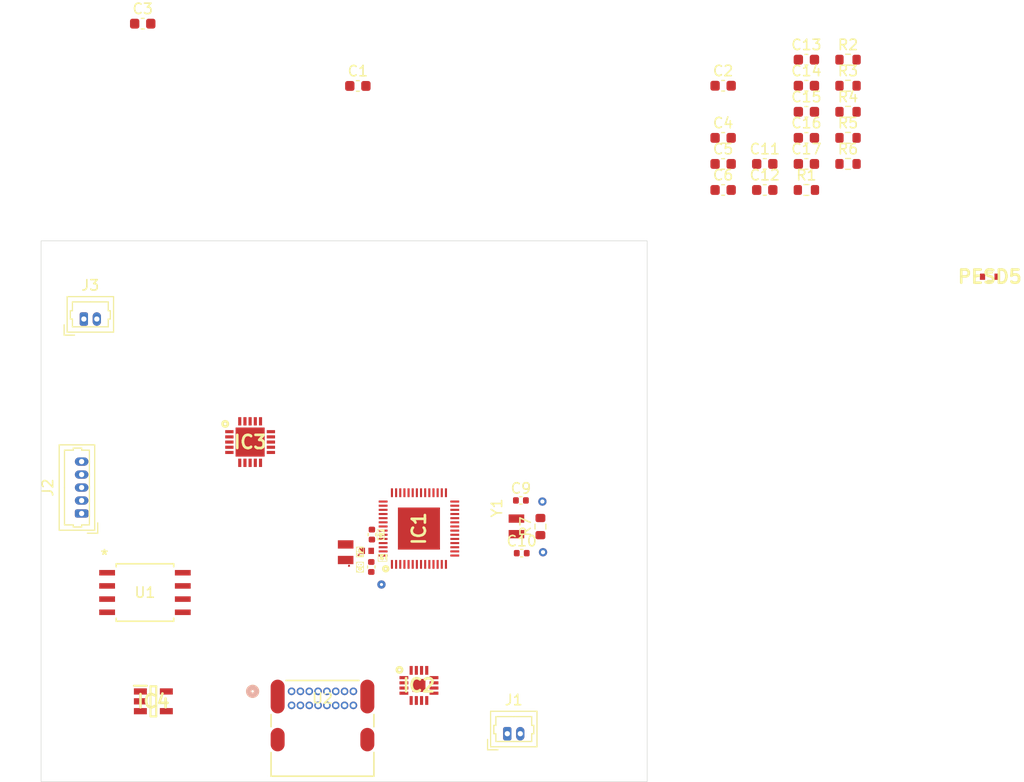
<source format=kicad_pcb>
(kicad_pcb (version 20240108) (generator "pcbnew") (generator_version "8.0")
  (layers (0 "F.Cu" signal) (1 "In1.Cu" signal) (2 "In2.Cu" signal) (31 "B.Cu" signal) (34 "B.Paste" user) (35 "F.Paste" user) (36 "B.SilkS" user "B.Silkscreen") (37 "F.SilkS" user "F.Silkscreen") (38 "B.Mask" user) (39 "F.Mask" user) (44 "Edge.Cuts" user))
  (net 0 "")
  (net 29 "Net-(IC2-OUTP)")
  (net 30 "Net-(IC2-OUTN)")
  (net 39 "GND")
  (net 40 "VBUS")
  (net 41 "/VBAT_1")
  (net 42 "/SYS")
  (net 43 "/PROG1")
  (net 44 "/THERM")
  (net 45 "+3.3V")
  (net 47 "Net-(IC1-GPIO19)")
  (net 48 "Net-(IC1-GPIO20)")
  (net 49 "Net-(U2-CC1)")
  (net 50 "/USB_DN")
  (net 51 "/USB_DP")
  (net 55 "Net-(U2-CC2)")
  (net 56 "Net-(IC1-SPICLK)")
  (net 57 "Net-(IC1-SPID)")
  (net 58 "Net-(IC1-SPIQ)")
  (net 60 "Net-(IC1-GPIO17)")
  (net 62 "Net-(IC1-GPIO18)")
  (net 63 "Net-(IC1-GPIO4)")
  (net 64 "Net-(IC1-GPIO3)")
  (net 65 "Net-(IC1-GPIO5)")
  (net 66 "Net-(IC1-GPIO21)")
  (net 67 "Net-(IC1-GPIO38)")
  (net 68 "Net-(IC1-GPIO46)")
  (net 69 "Net-(IC1-GPIO45)")
  (net 70 "Net-(IC1-XTAL_N)")
  (net 71 "Net-(C8-Pad2)")
  (net 72 "Net-(IC1-XTAL_32K_N)")
  (net 73 "Net-(IC1-XTAL_32K_P)")
  (net 74 "Net-(IC1-XTAL_P)")
  (footprint "jarvis:PESD5V0X1UAB115" (layer "F.Cu") (at 173.253 101.775)
    (property "Reference" "PESD5" (at 0 0 0) (layer "F.SilkS") (effects (font (size 1.27 1.27) (thickness 0.254))))
    (property "Value" "PESD5V0X1UAB,115" (hide yes))
    (pad "1" smd rect (at -0.7 0) (size 0.5 0.6) (layers "F.Cu" "F.Paste" "F.Mask") (net 39 "GND"))
    (pad "2" smd rect (at 0.7 0) (size 0.5 0.6) (layers "F.Cu" "F.Paste" "F.Mask") (net 40 "VBUS"))
  )
  (footprint "Capacitor_SMD:C_0603_1608Metric" (layer "F.Cu") (at 147.568 93.42)
    (property "Reference" "C6" (at 0 -1.43 0) (layer "F.SilkS"))
    (property "Value" "10uf")
    (pad "1" smd roundrect (at -0.775 0) (size 0.9 0.95) (layers "F.Cu" "F.Paste" "F.Mask") (net 39 "GND"))
    (pad "2" smd roundrect (at 0.775 0) (size 0.9 0.95) (layers "F.Cu" "F.Paste" "F.Mask") (net 45 "+3.3V"))
  )
  (footprint "Capacitor_SMD:C_0603_1608Metric" (layer "F.Cu") (at 151.578 93.42)
    (property "Reference" "C12" (at 0 -1.43 0) (layer "F.SilkS"))
    (property "Value" "0.1uf")
    (pad "1" smd roundrect (at -0.775 0) (size 0.9 0.95) (layers "F.Cu" "F.Paste" "F.Mask") (net 45 "+3.3V"))
    (pad "2" smd roundrect (at 0.775 0) (size 0.9 0.95) (layers "F.Cu" "F.Paste" "F.Mask") (net 39 "GND"))
  )
  (footprint "jarvis:esp32-s3r16v" (layer "F.Cu") (at 118.27 126.03 90)
    (property "Reference" "IC1" (at 0 0 90) (layer "F.SilkS") (effects (font (size 1.27 1.27) (thickness 0.254))))
    (property "Value" "ESP32-S3R16V" (hide yes))
    (pad "1" smd rect (at -3.45 -2.6 180) (size 0.2 0.85) (layers "F.Cu" "F.Paste" "F.Mask"))
    (pad "2" smd rect (at -3.45 -2.2 180) (size 0.2 0.85) (layers "F.Cu" "F.Paste" "F.Mask") (net 45 "+3.3V"))
    (pad "3" smd rect (at -3.45 -1.8 180) (size 0.2 0.85) (layers "F.Cu" "F.Paste" "F.Mask") (net 45 "+3.3V"))
    (pad "4" smd rect (at -3.45 -1.4 180) (size 0.2 0.85) (layers "F.Cu" "F.Paste" "F.Mask") (net 45 "+3.3V"))
    (pad "5" smd rect (at -3.45 -1 180) (size 0.2 0.85) (layers "F.Cu" "F.Paste" "F.Mask"))
    (pad "6" smd rect (at -3.45 -0.6 180) (size 0.2 0.85) (layers "F.Cu" "F.Paste" "F.Mask"))
    (pad "7" smd rect (at -3.45 -0.2 180) (size 0.2 0.85) (layers "F.Cu" "F.Paste" "F.Mask"))
    (pad "8" smd rect (at -3.45 0.2 180) (size 0.2 0.85) (layers "F.Cu" "F.Paste" "F.Mask") (net 64 "Net-(IC1-GPIO3)"))
    (pad "9" smd rect (at -3.45 0.6 180) (size 0.2 0.85) (layers "F.Cu" "F.Paste" "F.Mask") (net 63 "Net-(IC1-GPIO4)"))
    (pad "10" smd rect (at -3.45 1 180) (size 0.2 0.85) (layers "F.Cu" "F.Paste" "F.Mask") (net 65 "Net-(IC1-GPIO5)"))
    (pad "11" smd rect (at -3.45 1.4 180) (size 0.2 0.85) (layers "F.Cu" "F.Paste" "F.Mask"))
    (pad "12" smd rect (at -3.45 1.8 180) (size 0.2 0.85) (layers "F.Cu" "F.Paste" "F.Mask"))
    (pad "13" smd rect (at -3.45 2.2 180) (size 0.2 0.85) (layers "F.Cu" "F.Paste" "F.Mask"))
    (pad "14" smd rect (at -3.45 2.6 180) (size 0.2 0.85) (layers "F.Cu" "F.Paste" "F.Mask"))
    (pad "15" smd rect (at -2.6 3.45 90) (size 0.2 0.85) (layers "F.Cu" "F.Paste" "F.Mask"))
    (pad "16" smd rect (at -2.2 3.45 90) (size 0.2 0.85) (layers "F.Cu" "F.Paste" "F.Mask"))
    (pad "17" smd rect (at -1.8 3.45 90) (size 0.2 0.85) (layers "F.Cu" "F.Paste" "F.Mask"))
    (pad "18" smd rect (at -1.4 3.45 90) (size 0.2 0.85) (layers "F.Cu" "F.Paste" "F.Mask"))
    (pad "19" smd rect (at -1 3.45 90) (size 0.2 0.85) (layers "F.Cu" "F.Paste" "F.Mask"))
    (pad "20" smd rect (at -0.6 3.45 90) (size 0.2 0.85) (layers "F.Cu" "F.Paste" "F.Mask") (net 45 "+3.3V"))
    (pad "21" smd rect (at -0.2 3.45 90) (size 0.2 0.85) (layers "F.Cu" "F.Paste" "F.Mask") (net 73 "Net-(IC1-XTAL_32K_P)"))
    (pad "22" smd rect (at 0.2 3.45 90) (size 0.2 0.85) (layers "F.Cu" "F.Paste" "F.Mask") (net 72 "Net-(IC1-XTAL_32K_N)"))
    (pad "23" smd rect (at 0.6 3.45 90) (size 0.2 0.85) (layers "F.Cu" "F.Paste" "F.Mask") (net 60 "Net-(IC1-GPIO17)"))
    (pad "24" smd rect (at 1 3.45 90) (size 0.2 0.85) (layers "F.Cu" "F.Paste" "F.Mask") (net 62 "Net-(IC1-GPIO18)"))
    (pad "25" smd rect (at 1.4 3.45 90) (size 0.2 0.85) (layers "F.Cu" "F.Paste" "F.Mask") (net 47 "Net-(IC1-GPIO19)"))
    (pad "26" smd rect (at 1.8 3.45 90) (size 0.2 0.85) (layers "F.Cu" "F.Paste" "F.Mask") (net 48 "Net-(IC1-GPIO20)"))
    (pad "27" smd rect (at 2.2 3.45 90) (size 0.2 0.85) (layers "F.Cu" "F.Paste" "F.Mask") (net 66 "Net-(IC1-GPIO21)"))
    (pad "28" smd rect (at 2.6 3.45 90) (size 0.2 0.85) (layers "F.Cu" "F.Paste" "F.Mask"))
    (pad "29" smd rect (at 3.45 2.6 180) (size 0.2 0.85) (layers "F.Cu" "F.Paste" "F.Mask") (net 45 "+3.3V"))
    (pad "30" smd rect (at 3.45 2.2 180) (size 0.2 0.85) (layers "F.Cu" "F.Paste" "F.Mask"))
    (pad "31" smd rect (at 3.45 1.8 180) (size 0.2 0.85) (layers "F.Cu" "F.Paste" "F.Mask"))
    (pad "32" smd rect (at 3.45 1.4 180) (size 0.2 0.85) (layers "F.Cu" "F.Paste" "F.Mask") (net 42 "/SYS"))
    (pad "33" smd rect (at 3.45 1 180) (size 0.2 0.85) (layers "F.Cu" "F.Paste" "F.Mask") (net 56 "Net-(IC1-SPICLK)"))
    (pad "34" smd rect (at 3.45 0.6 180) (size 0.2 0.85) (layers "F.Cu" "F.Paste" "F.Mask") (net 58 "Net-(IC1-SPIQ)"))
    (pad "35" smd rect (at 3.45 0.2 180) (size 0.2 0.85) (layers "F.Cu" "F.Paste" "F.Mask") (net 57 "Net-(IC1-SPID)"))
    (pad "36" smd rect (at 3.45 -0.2 180) (size 0.2 0.85) (layers "F.Cu" "F.Paste" "F.Mask"))
    (pad "37" smd rect (at 3.45 -0.6 180) (size 0.2 0.85) (layers "F.Cu" "F.Paste" "F.Mask"))
    (pad "38" smd rect (at 3.45 -1 180) (size 0.2 0.85) (layers "F.Cu" "F.Paste" "F.Mask"))
    (pad "39" smd rect (at 3.45 -1.4 180) (size 0.2 0.85) (layers "F.Cu" "F.Paste" "F.Mask"))
    (pad "40" smd rect (at 3.45 -1.8 180) (size 0.2 0.85) (layers "F.Cu" "F.Paste" "F.Mask"))
    (pad "41" smd rect (at 3.45 -2.2 180) (size 0.2 0.85) (layers "F.Cu" "F.Paste" "F.Mask"))
    (pad "42" smd rect (at 3.45 -2.6 180) (size 0.2 0.85) (layers "F.Cu" "F.Paste" "F.Mask"))
    (pad "43" smd rect (at 2.6 -3.45 90) (size 0.2 0.85) (layers "F.Cu" "F.Paste" "F.Mask") (net 67 "Net-(IC1-GPIO38)"))
    (pad "44" smd rect (at 2.2 -3.45 90) (size 0.2 0.85) (layers "F.Cu" "F.Paste" "F.Mask"))
    (pad "45" smd rect (at 1.8 -3.45 90) (size 0.2 0.85) (layers "F.Cu" "F.Paste" "F.Mask"))
    (pad "46" smd rect (at 1.4 -3.45 90) (size 0.2 0.85) (layers "F.Cu" "F.Paste" "F.Mask"))
    (pad "47" smd rect (at 1 -3.45 90) (size 0.2 0.85) (layers "F.Cu" "F.Paste" "F.Mask"))
    (pad "48" smd rect (at 0.6 -3.45 90) (size 0.2 0.85) (layers "F.Cu" "F.Paste" "F.Mask"))
    (pad "49" smd rect (at 0.2 -3.45 90) (size 0.2 0.85) (layers "F.Cu" "F.Paste" "F.Mask"))
    (pad "50" smd rect (at -0.2 -3.45 90) (size 0.2 0.85) (layers "F.Cu" "F.Paste" "F.Mask"))
    (pad "51" smd rect (at -0.6 -3.45 90) (size 0.2 0.85) (layers "F.Cu" "F.Paste" "F.Mask") (net 69 "Net-(IC1-GPIO45)"))
    (pad "52" smd rect (at -1 -3.45 90) (size 0.2 0.85) (layers "F.Cu" "F.Paste" "F.Mask") (net 68 "Net-(IC1-GPIO46)"))
    (pad "53" smd rect (at -1.4 -3.45 90) (size 0.2 0.85) (layers "F.Cu" "F.Paste" "F.Mask") (net 70 "Net-(IC1-XTAL_N)"))
    (pad "54" smd rect (at -1.8 -3.45 90) (size 0.2 0.85) (layers "F.Cu" "F.Paste" "F.Mask") (net 74 "Net-(IC1-XTAL_P)"))
    (pad "55" smd rect (at -2.2 -3.45 90) (size 0.2 0.85) (layers "F.Cu" "F.Paste" "F.Mask") (net 45 "+3.3V"))
    (pad "56" smd rect (at -2.6 -3.45 90) (size 0.2 0.85) (layers "F.Cu" "F.Paste" "F.Mask") (net 45 "+3.3V"))
    (pad "57" smd rect (at 0 0 90) (size 4.05 4.05) (layers "F.Cu" "F.Paste" "F.Mask") (net 39 "GND"))
  )
  (footprint "Capacitor_SMD:C_0603_1608Metric" (layer "F.Cu") (at 151.578 90.91)
    (property "Reference" "C11" (at 0 -1.43 0) (layer "F.SilkS"))
    (property "Value" "0.1uf")
    (pad "1" smd roundrect (at -0.775 0) (size 0.9 0.95) (layers "F.Cu" "F.Paste" "F.Mask") (net 45 "+3.3V"))
    (pad "2" smd roundrect (at 0.775 0) (size 0.9 0.95) (layers "F.Cu" "F.Paste" "F.Mask") (net 39 "GND"))
  )
  (footprint "jarvis:TLV70033DDCT" (layer "F.Cu") (at 92.69 142.67)
    (property "Reference" "IC4" (at 0 0 0) (layer "F.SilkS") (effects (font (size 1.27 1.27) (thickness 0.254))))
    (property "Value" "TLV70033DDCT" (hide yes))
    (pad "1" smd rect (at -1.25 -0.95 90) (size 0.6 1.25) (layers "F.Cu" "F.Paste" "F.Mask") (net 42 "/SYS"))
    (pad "2" smd rect (at -1.25 0 90) (size 0.6 1.25) (layers "F.Cu" "F.Paste" "F.Mask") (net 39 "GND"))
    (pad "3" smd rect (at -1.25 0.95 90) (size 0.6 1.25) (layers "F.Cu" "F.Paste" "F.Mask") (net 42 "/SYS"))
    (pad "4" smd rect (at 1.25 0.95 90) (size 0.6 1.25) (layers "F.Cu" "F.Paste" "F.Mask"))
    (pad "5" smd rect (at 1.25 -0.95 90) (size 0.6 1.25) (layers "F.Cu" "F.Paste" "F.Mask") (net 45 "+3.3V"))
  )
  (footprint "Resistor_SMD:R_0603_1608Metric" (layer "F.Cu") (at 159.598 90.91)
    (property "Reference" "R6" (at 0 -1.43 0) (layer "F.SilkS"))
    (property "Value" "22")
    (pad "1" smd roundrect (at -0.825 0) (size 0.8 0.95) (layers "F.Cu" "F.Paste" "F.Mask") (net 50 "/USB_DN"))
    (pad "2" smd roundrect (at 0.825 0) (size 0.8 0.95) (layers "F.Cu" "F.Paste" "F.Mask") (net 48 "Net-(IC1-GPIO20)"))
  )
  (footprint "Capacitor_SMD:C_0402_1005Metric" (layer "F.Cu") (at 113.74 126.61 90)
    (property "Reference" "C7" (at -0.03 0.87 90) (layer "F.SilkS" knockout) (effects (font (size 0.5 0.5))))
    (property "Value" "12pf")
    (pad "1" smd roundrect (at -0.48 0 90) (size 0.56 0.62) (layers "F.Cu" "F.Paste" "F.Mask") (net 70 "Net-(IC1-XTAL_N)"))
    (pad "2" smd roundrect (at 0.48 0 90) (size 0.56 0.62) (layers "F.Cu" "F.Paste" "F.Mask") (net 39 "GND"))
  )
  (footprint "jarvis:2137160001_MOL" (layer "F.Cu") (at 106.004998 141.709999)
    (property "Reference" "U2" (at 2.975 0.675 0) (layer "F.SilkS"))
    (property "Value" "2137160001")
    (pad "17" smd oval (at -1.345001 0.499999) (size 1.3462 3.2512) (layers "F.Cu" "F.Paste" "F.Mask"))
    (pad "18" smd oval (at 7.295002 0.499999) (size 1.3462 3.2512) (layers "F.Cu" "F.Paste" "F.Mask"))
    (pad "19" smd oval (at -1.345001 4.650001) (size 1.3462 2.2606) (layers "F.Cu" "F.Paste" "F.Mask"))
    (pad "20" smd oval (at 7.295002 4.650001) (size 1.3462 2.2606) (layers "F.Cu" "F.Paste" "F.Mask"))
    (pad "A1" thru_hole circle (at 0 0) (size 0.7366 0.7366) (drill 0.4318) (layers "*.Cu" "*.Mask" "In3.Cu" "In4.Cu" "In5.Cu" "In6.Cu" "In7.Cu" "In8.Cu" "In9.Cu" "In10.Cu" "In11.Cu" "In12.Cu" "In13.Cu" "In14.Cu" "In15.Cu" "In16.Cu" "In17.Cu" "In18.Cu" "In19.Cu" "In20.Cu" "In21.Cu" "In22.Cu" "In23.Cu" "In24.Cu" "In25.Cu" "In26.Cu" "In27.Cu" "In28.Cu" "In29.Cu" "In30.Cu") (net 39 "GND"))
    (pad "A4" thru_hole circle (at 0.850001 0) (size 0.7366 0.7366) (drill 0.4318) (layers "*.Cu" "*.Mask" "In3.Cu" "In4.Cu" "In5.Cu" "In6.Cu" "In7.Cu" "In8.Cu" "In9.Cu" "In10.Cu" "In11.Cu" "In12.Cu" "In13.Cu" "In14.Cu" "In15.Cu" "In16.Cu" "In17.Cu" "In18.Cu" "In19.Cu" "In20.Cu" "In21.Cu" "In22.Cu" "In23.Cu" "In24.Cu" "In25.Cu" "In26.Cu" "In27.Cu" "In28.Cu" "In29.Cu" "In30.Cu") (net 40 "VBUS"))
    (pad "A5" thru_hole circle (at 1.699999 0) (size 0.7366 0.7366) (drill 0.4318) (layers "*.Cu" "*.Mask" "In3.Cu" "In4.Cu" "In5.Cu" "In6.Cu" "In7.Cu" "In8.Cu" "In9.Cu" "In10.Cu" "In11.Cu" "In12.Cu" "In13.Cu" "In14.Cu" "In15.Cu" "In16.Cu" "In17.Cu" "In18.Cu" "In19.Cu" "In20.Cu" "In21.Cu" "In22.Cu" "In23.Cu" "In24.Cu" "In25.Cu" "In26.Cu" "In27.Cu" "In28.Cu" "In29.Cu" "In30.Cu") (net 49 "Net-(U2-CC1)"))
    (pad "A6" thru_hole circle (at 2.55 0) (size 0.7366 0.7366) (drill 0.4318) (layers "*.Cu" "*.Mask" "In3.Cu" "In4.Cu" "In5.Cu" "In6.Cu" "In7.Cu" "In8.Cu" "In9.Cu" "In10.Cu" "In11.Cu" "In12.Cu" "In13.Cu" "In14.Cu" "In15.Cu" "In16.Cu" "In17.Cu" "In18.Cu" "In19.Cu" "In20.Cu" "In21.Cu" "In22.Cu" "In23.Cu" "In24.Cu" "In25.Cu" "In26.Cu" "In27.Cu" "In28.Cu" "In29.Cu" "In30.Cu") (net 51 "/USB_DP"))
    (pad "A7" thru_hole circle (at 3.400001 0) (size 0.7366 0.7366) (drill 0.4318) (layers "*.Cu" "*.Mask" "In3.Cu" "In4.Cu" "In5.Cu" "In6.Cu" "In7.Cu" "In8.Cu" "In9.Cu" "In10.Cu" "In11.Cu" "In12.Cu" "In13.Cu" "In14.Cu" "In15.Cu" "In16.Cu" "In17.Cu" "In18.Cu" "In19.Cu" "In20.Cu" "In21.Cu" "In22.Cu" "In23.Cu" "In24.Cu" "In25.Cu" "In26.Cu" "In27.Cu" "In28.Cu" "In29.Cu" "In30.Cu") (net 50 "/USB_DN"))
    (pad "A8" thru_hole circle (at 4.250002 0) (size 0.7366 0.7366) (drill 0.4318) (layers "*.Cu" "*.Mask" "In3.Cu" "In4.Cu" "In5.Cu" "In6.Cu" "In7.Cu" "In8.Cu" "In9.Cu" "In10.Cu" "In11.Cu" "In12.Cu" "In13.Cu" "In14.Cu" "In15.Cu" "In16.Cu" "In17.Cu" "In18.Cu" "In19.Cu" "In20.Cu" "In21.Cu" "In22.Cu" "In23.Cu" "In24.Cu" "In25.Cu" "In26.Cu" "In27.Cu" "In28.Cu" "In29.Cu" "In30.Cu"))
    (pad "A9" thru_hole circle (at 5.1 0) (size 0.7366 0.7366) (drill 0.4318) (layers "*.Cu" "*.Mask" "In3.Cu" "In4.Cu" "In5.Cu" "In6.Cu" "In7.Cu" "In8.Cu" "In9.Cu" "In10.Cu" "In11.Cu" "In12.Cu" "In13.Cu" "In14.Cu" "In15.Cu" "In16.Cu" "In17.Cu" "In18.Cu" "In19.Cu" "In20.Cu" "In21.Cu" "In22.Cu" "In23.Cu" "In24.Cu" "In25.Cu" "In26.Cu" "In27.Cu" "In28.Cu" "In29.Cu" "In30.Cu") (net 40 "VBUS"))
    (pad "A12" thru_hole circle (at 5.950001 0) (size 0.7366 0.7366) (drill 0.4318) (layers "*.Cu" "*.Mask" "In3.Cu" "In4.Cu" "In5.Cu" "In6.Cu" "In7.Cu" "In8.Cu" "In9.Cu" "In10.Cu" "In11.Cu" "In12.Cu" "In13.Cu" "In14.Cu" "In15.Cu" "In16.Cu" "In17.Cu" "In18.Cu" "In19.Cu" "In20.Cu" "In21.Cu" "In22.Cu" "In23.Cu" "In24.Cu" "In25.Cu" "In26.Cu" "In27.Cu" "In28.Cu" "In29.Cu" "In30.Cu") (net 39 "GND"))
    (pad "B1" thru_hole circle (at 5.950001 1.35) (size 0.7366 0.7366) (drill 0.4318) (layers "*.Cu" "*.Mask" "In3.Cu" "In4.Cu" "In5.Cu" "In6.Cu" "In7.Cu" "In8.Cu" "In9.Cu" "In10.Cu" "In11.Cu" "In12.Cu" "In13.Cu" "In14.Cu" "In15.Cu" "In16.Cu" "In17.Cu" "In18.Cu" "In19.Cu" "In20.Cu" "In21.Cu" "In22.Cu" "In23.Cu" "In24.Cu" "In25.Cu" "In26.Cu" "In27.Cu" "In28.Cu" "In29.Cu" "In30.Cu") (net 39 "GND"))
    (pad "B4" thru_hole circle (at 5.1 1.35) (size 0.7366 0.7366) (drill 0.4318) (layers "*.Cu" "*.Mask" "In3.Cu" "In4.Cu" "In5.Cu" "In6.Cu" "In7.Cu" "In8.Cu" "In9.Cu" "In10.Cu" "In11.Cu" "In12.Cu" "In13.Cu" "In14.Cu" "In15.Cu" "In16.Cu" "In17.Cu" "In18.Cu" "In19.Cu" "In20.Cu" "In21.Cu" "In22.Cu" "In23.Cu" "In24.Cu" "In25.Cu" "In26.Cu" "In27.Cu" "In28.Cu" "In29.Cu" "In30.Cu"))
    (pad "B5" thru_hole circle (at 4.250002 1.35) (size 0.7366 0.7366) (drill 0.4318) (layers "*.Cu" "*.Mask" "In3.Cu" "In4.Cu" "In5.Cu" "In6.Cu" "In7.Cu" "In8.Cu" "In9.Cu" "In10.Cu" "In11.Cu" "In12.Cu" "In13.Cu" "In14.Cu" "In15.Cu" "In16.Cu" "In17.Cu" "In18.Cu" "In19.Cu" "In20.Cu" "In21.Cu" "In22.Cu" "In23.Cu" "In24.Cu" "In25.Cu" "In26.Cu" "In27.Cu" "In28.Cu" "In29.Cu" "In30.Cu") (net 55 "Net-(U2-CC2)"))
    (pad "B6" thru_hole circle (at 3.400001 1.35) (size 0.7366 0.7366) (drill 0.4318) (layers "*.Cu" "*.Mask" "In3.Cu" "In4.Cu" "In5.Cu" "In6.Cu" "In7.Cu" "In8.Cu" "In9.Cu" "In10.Cu" "In11.Cu" "In12.Cu" "In13.Cu" "In14.Cu" "In15.Cu" "In16.Cu" "In17.Cu" "In18.Cu" "In19.Cu" "In20.Cu" "In21.Cu" "In22.Cu" "In23.Cu" "In24.Cu" "In25.Cu" "In26.Cu" "In27.Cu" "In28.Cu" "In29.Cu" "In30.Cu") (net 51 "/USB_DP"))
    (pad "B7" thru_hole circle (at 2.55 1.35) (size 0.7366 0.7366) (drill 0.4318) (layers "*.Cu" "*.Mask" "In3.Cu" "In4.Cu" "In5.Cu" "In6.Cu" "In7.Cu" "In8.Cu" "In9.Cu" "In10.Cu" "In11.Cu" "In12.Cu" "In13.Cu" "In14.Cu" "In15.Cu" "In16.Cu" "In17.Cu" "In18.Cu" "In19.Cu" "In20.Cu" "In21.Cu" "In22.Cu" "In23.Cu" "In24.Cu" "In25.Cu" "In26.Cu" "In27.Cu" "In28.Cu" "In29.Cu" "In30.Cu") (net 50 "/USB_DN"))
    (pad "B8" thru_hole circle (at 1.699999 1.35) (size 0.7366 0.7366) (drill 0.4318) (layers "*.Cu" "*.Mask" "In3.Cu" "In4.Cu" "In5.Cu" "In6.Cu" "In7.Cu" "In8.Cu" "In9.Cu" "In10.Cu" "In11.Cu" "In12.Cu" "In13.Cu" "In14.Cu" "In15.Cu" "In16.Cu" "In17.Cu" "In18.Cu" "In19.Cu" "In20.Cu" "In21.Cu" "In22.Cu" "In23.Cu" "In24.Cu" "In25.Cu" "In26.Cu" "In27.Cu" "In28.Cu" "In29.Cu" "In30.Cu"))
    (pad "B9" thru_hole circle (at 0.850001 1.35) (size 0.7366 0.7366) (drill 0.4318) (layers "*.Cu" "*.Mask" "In3.Cu" "In4.Cu" "In5.Cu" "In6.Cu" "In7.Cu" "In8.Cu" "In9.Cu" "In10.Cu" "In11.Cu" "In12.Cu" "In13.Cu" "In14.Cu" "In15.Cu" "In16.Cu" "In17.Cu" "In18.Cu" "In19.Cu" "In20.Cu" "In21.Cu" "In22.Cu" "In23.Cu" "In24.Cu" "In25.Cu" "In26.Cu" "In27.Cu" "In28.Cu" "In29.Cu" "In30.Cu") (net 40 "VBUS"))
    (pad "B12" thru_hole circle (at 0 1.35) (size 0.7366 0.7366) (drill 0.4318) (layers "*.Cu" "*.Mask" "In3.Cu" "In4.Cu" "In5.Cu" "In6.Cu" "In7.Cu" "In8.Cu" "In9.Cu" "In10.Cu" "In11.Cu" "In12.Cu" "In13.Cu" "In14.Cu" "In15.Cu" "In16.Cu" "In17.Cu" "In18.Cu" "In19.Cu" "In20.Cu" "In21.Cu" "In22.Cu" "In23.Cu" "In24.Cu" "In25.Cu" "In26.Cu" "In27.Cu" "In28.Cu" "In29.Cu" "In30.Cu") (net 39 "GND"))
  )
  (footprint "jarvis:W25Q64JVSSIQ" (layer "F.Cu") (at 91.88 132.19)
    (property "Reference" "U1" (at 0 0 0) (layer "F.SilkS"))
    (property "Value" "W25Q64JVSSIQ")
    (fp_text user "*" (at -3.8989 -3.5814 0) (layer "F.SilkS"))
    (fp_text user "*" (at -3.8989 -3.5814 0) (layer "F.SilkS"))
    (pad "1" smd rect (at -3.6449 -1.905) (size 1.524 0.5334) (layers "F.Cu" "F.Paste" "F.Mask") (net 42 "/SYS"))
    (pad "2" smd rect (at -3.6449 -0.635) (size 1.524 0.5334) (layers "F.Cu" "F.Paste" "F.Mask") (net 58 "Net-(IC1-SPIQ)"))
    (pad "3" smd rect (at -3.6449 0.635) (size 1.524 0.5334) (layers "F.Cu" "F.Paste" "F.Mask") (net 45 "+3.3V"))
    (pad "4" smd rect (at -3.6449 1.905) (size 1.524 0.5334) (layers "F.Cu" "F.Paste" "F.Mask") (net 39 "GND"))
    (pad "5" smd rect (at 3.6449 1.905) (size 1.524 0.5334) (layers "F.Cu" "F.Paste" "F.Mask") (net 57 "Net-(IC1-SPID)"))
    (pad "6" smd rect (at 3.6449 0.635) (size 1.524 0.5334) (layers "F.Cu" "F.Paste" "F.Mask") (net 56 "Net-(IC1-SPICLK)"))
    (pad "7" smd rect (at 3.6449 -0.635) (size 1.524 0.5334) (layers "F.Cu" "F.Paste" "F.Mask") (net 45 "+3.3V"))
    (pad "8" smd rect (at 3.6449 -1.905) (size 1.524 0.5334) (layers "F.Cu" "F.Paste" "F.Mask") (net 45 "+3.3V"))
  )
  (footprint "Resistor_SMD:R_0603_1608Metric" (layer "F.Cu") (at 129.97 125.84 90)
    (property "Reference" "R7" (at 0 -1.43 90) (layer "F.SilkS"))
    (property "Value" "5M")
    (pad "1" smd roundrect (at -0.825 0 90) (size 0.8 0.95) (layers "F.Cu" "F.Paste" "F.Mask") (net 73 "Net-(IC1-XTAL_32K_P)"))
    (pad "2" smd roundrect (at 0.825 0 90) (size 0.8 0.95) (layers "F.Cu" "F.Paste" "F.Mask") (net 72 "Net-(IC1-XTAL_32K_N)"))
  )
  (footprint "Capacitor_SMD:C_0603_1608Metric" (layer "F.Cu") (at 147.568 83.38)
    (property "Reference" "C2" (at 0 -1.43 0) (layer "F.SilkS"))
    (property "Value" "10uf")
    (pad "1" smd roundrect (at -0.775 0) (size 0.9 0.95) (layers "F.Cu" "F.Paste" "F.Mask") (net 41 "/VBAT_1"))
    (pad "2" smd roundrect (at 0.775 0) (size 0.9 0.95) (layers "F.Cu" "F.Paste" "F.Mask") (net 39 "GND"))
  )
  (footprint "jarvis:XTAL_CM8V-T1A-32.768KHZ-7PF-20PPM-TA-QC" (layer "F.Cu") (at 111.21 128.31 90)
    (property "Reference" "Y2" (at 0.05 1.4 90) (layer "F.SilkS" knockout) (effects (font (size 0.5 0.5))))
    (property "Value" "Crystal 40mhz")
    (pad "1" smd rect (at -0.75 0 90) (size 0.8 1.5) (layers "F.Cu" "F.Paste" "F.Mask") (net 70 "Net-(IC1-XTAL_N)"))
    (pad "2" smd rect (at 0.75 0 90) (size 0.8 1.5) (layers "F.Cu" "F.Paste" "F.Mask") (net 71 "Net-(C8-Pad2)"))
  )
  (footprint "jarvis:XTAL_CM8V-T1A-32.768KHZ-7PF-20PPM-TA-QC" (layer "F.Cu") (at 127.66 125.82 90)
    (property "Reference" "Y1" (at 1.775 -1.885 90) (layer "F.SilkS"))
    (property "Value" "Crystal 32.768khz")
    (pad "1" smd rect (at -0.75 0 90) (size 0.8 1.5) (layers "F.Cu" "F.Paste" "F.Mask") (net 73 "Net-(IC1-XTAL_32K_P)"))
    (pad "2" smd rect (at 0.75 0 90) (size 0.8 1.5) (layers "F.Cu" "F.Paste" "F.Mask") (net 72 "Net-(IC1-XTAL_32K_N)"))
  )
  (footprint "Connector_Molex:Molex_PicoBlade_53047-0210_1x02_P1.25mm_Vertical" (layer "F.Cu") (at 85.995 105.85)
    (property "Reference" "J3" (at 0.62 -3.25 0) (layer "F.SilkS"))
    (property "Value" "Conn_01x02 - Battery")
    (pad "1" thru_hole roundrect (at 0 0) (size 0.8 1.3) (drill 0.5) (layers "*.Cu" "*.Mask" "In3.Cu" "In4.Cu" "In5.Cu" "In6.Cu" "In7.Cu" "In8.Cu" "In9.Cu" "In10.Cu" "In11.Cu" "In12.Cu" "In13.Cu" "In14.Cu" "In15.Cu" "In16.Cu" "In17.Cu" "In18.Cu" "In19.Cu" "In20.Cu" "In21.Cu" "In22.Cu" "In23.Cu" "In24.Cu" "In25.Cu" "In26.Cu" "In27.Cu" "In28.Cu" "In29.Cu" "In30.Cu") (net 41 "/VBAT_1"))
    (pad "2" thru_hole oval (at 1.25 0) (size 0.8 1.3) (drill 0.5) (layers "*.Cu" "*.Mask" "In3.Cu" "In4.Cu" "In5.Cu" "In6.Cu" "In7.Cu" "In8.Cu" "In9.Cu" "In10.Cu" "In11.Cu" "In12.Cu" "In13.Cu" "In14.Cu" "In15.Cu" "In16.Cu" "In17.Cu" "In18.Cu" "In19.Cu" "In20.Cu" "In21.Cu" "In22.Cu" "In23.Cu" "In24.Cu" "In25.Cu" "In26.Cu" "In27.Cu" "In28.Cu" "In29.Cu" "In30.Cu") (net 39 "GND"))
  )
  (footprint "Capacitor_SMD:C_0603_1608Metric" (layer "F.Cu") (at 155.588 83.38)
    (property "Reference" "C14" (at 0 -1.43 0) (layer "F.SilkS"))
    (property "Value" "0.1uf")
    (pad "1" smd roundrect (at -0.775 0) (size 0.9 0.95) (layers "F.Cu" "F.Paste" "F.Mask") (net 45 "+3.3V"))
    (pad "2" smd roundrect (at 0.775 0) (size 0.9 0.95) (layers "F.Cu" "F.Paste" "F.Mask") (net 39 "GND"))
  )
  (footprint "Connector_Molex:Molex_PicoBlade_53047-0510_1x05_P1.25mm_Vertical" (layer "F.Cu") (at 85.78 124.58 90)
    (property "Reference" "J2" (at 2.5 -3.25 90) (layer "F.SilkS"))
    (property "Value" "Mic Conn_01x05")
    (pad "1" thru_hole roundrect (at 0 0 90) (size 0.8 1.3) (drill 0.5) (layers "*.Cu" "*.Mask" "In3.Cu" "In4.Cu" "In5.Cu" "In6.Cu" "In7.Cu" "In8.Cu" "In9.Cu" "In10.Cu" "In11.Cu" "In12.Cu" "In13.Cu" "In14.Cu" "In15.Cu" "In16.Cu" "In17.Cu" "In18.Cu" "In19.Cu" "In20.Cu" "In21.Cu" "In22.Cu" "In23.Cu" "In24.Cu" "In25.Cu" "In26.Cu" "In27.Cu" "In28.Cu" "In29.Cu" "In30.Cu") (net 67 "Net-(IC1-GPIO38)"))
    (pad "2" thru_hole oval (at 1.25 0 90) (size 0.8 1.3) (drill 0.5) (layers "*.Cu" "*.Mask" "In3.Cu" "In4.Cu" "In5.Cu" "In6.Cu" "In7.Cu" "In8.Cu" "In9.Cu" "In10.Cu" "In11.Cu" "In12.Cu" "In13.Cu" "In14.Cu" "In15.Cu" "In16.Cu" "In17.Cu" "In18.Cu" "In19.Cu" "In20.Cu" "In21.Cu" "In22.Cu" "In23.Cu" "In24.Cu" "In25.Cu" "In26.Cu" "In27.Cu" "In28.Cu" "In29.Cu" "In30.Cu") (net 69 "Net-(IC1-GPIO45)"))
    (pad "3" thru_hole oval (at 2.5 0 90) (size 0.8 1.3) (drill 0.5) (layers "*.Cu" "*.Mask" "In3.Cu" "In4.Cu" "In5.Cu" "In6.Cu" "In7.Cu" "In8.Cu" "In9.Cu" "In10.Cu" "In11.Cu" "In12.Cu" "In13.Cu" "In14.Cu" "In15.Cu" "In16.Cu" "In17.Cu" "In18.Cu" "In19.Cu" "In20.Cu" "In21.Cu" "In22.Cu" "In23.Cu" "In24.Cu" "In25.Cu" "In26.Cu" "In27.Cu" "In28.Cu" "In29.Cu" "In30.Cu") (net 68 "Net-(IC1-GPIO46)"))
    (pad "4" thru_hole oval (at 3.75 0 90) (size 0.8 1.3) (drill 0.5) (layers "*.Cu" "*.Mask" "In3.Cu" "In4.Cu" "In5.Cu" "In6.Cu" "In7.Cu" "In8.Cu" "In9.Cu" "In10.Cu" "In11.Cu" "In12.Cu" "In13.Cu" "In14.Cu" "In15.Cu" "In16.Cu" "In17.Cu" "In18.Cu" "In19.Cu" "In20.Cu" "In21.Cu" "In22.Cu" "In23.Cu" "In24.Cu" "In25.Cu" "In26.Cu" "In27.Cu" "In28.Cu" "In29.Cu" "In30.Cu") (net 45 "+3.3V"))
    (pad "5" thru_hole oval (at 5 0 90) (size 0.8 1.3) (drill 0.5) (layers "*.Cu" "*.Mask" "In3.Cu" "In4.Cu" "In5.Cu" "In6.Cu" "In7.Cu" "In8.Cu" "In9.Cu" "In10.Cu" "In11.Cu" "In12.Cu" "In13.Cu" "In14.Cu" "In15.Cu" "In16.Cu" "In17.Cu" "In18.Cu" "In19.Cu" "In20.Cu" "In21.Cu" "In22.Cu" "In23.Cu" "In24.Cu" "In25.Cu" "In26.Cu" "In27.Cu" "In28.Cu" "In29.Cu" "In30.Cu") (net 39 "GND"))
  )
  (footprint "Resistor_SMD:R_0603_1608Metric" (layer "F.Cu") (at 159.598 80.87)
    (property "Reference" "R2" (at 0 -1.43 0) (layer "F.SilkS"))
    (property "Value" "10k")
    (pad "1" smd roundrect (at -0.825 0) (size 0.8 0.95) (layers "F.Cu" "F.Paste" "F.Mask") (net 39 "GND"))
    (pad "2" smd roundrect (at 0.825 0) (size 0.8 0.95) (layers "F.Cu" "F.Paste" "F.Mask") (net 44 "/THERM"))
  )
  (footprint "jarvis:MLG1005SR24JT000" (layer "F.Cu") (at 113.238 128.18 180)
    (property "Reference" "L1" (at -1.52 -0.69 360) (layer "F.SilkS" knockout) (effects (font (size 0.5 0.5))))
    (property "Value" "24nh")
    (pad "1" smd rect (at -0.432 0 180) (size 0.54 0.6) (layers "F.Cu" "F.Paste" "F.Mask") (net 74 "Net-(IC1-XTAL_P)"))
    (pad "2" smd rect (at 0.432 0 180) (size 0.54 0.6) (layers "F.Cu" "F.Paste" "F.Mask") (net 71 "Net-(C8-Pad2)"))
  )
  (footprint "Capacitor_SMD:C_0402_1005Metric" (layer "F.Cu") (at 128.17 128.4)
    (property "Reference" "C10" (at 0 -1.16 0) (layer "F.SilkS"))
    (property "Value" "12pf")
    (pad "1" smd roundrect (at -0.48 0) (size 0.56 0.62) (layers "F.Cu" "F.Paste" "F.Mask") (net 73 "Net-(IC1-XTAL_32K_P)"))
    (pad "2" smd roundrect (at 0.48 0) (size 0.56 0.62) (layers "F.Cu" "F.Paste" "F.Mask") (net 39 "GND"))
  )
  (footprint "Resistor_SMD:R_0603_1608Metric" (layer "F.Cu") (at 159.598 88.4)
    (property "Reference" "R5" (at 0 -1.43 0) (layer "F.SilkS"))
    (property "Value" "22")
    (pad "1" smd roundrect (at -0.825 0) (size 0.8 0.95) (layers "F.Cu" "F.Paste" "F.Mask") (net 51 "/USB_DP"))
    (pad "2" smd roundrect (at 0.825 0) (size 0.8 0.95) (layers "F.Cu" "F.Paste" "F.Mask") (net 47 "Net-(IC1-GPIO19)"))
  )
  (footprint "Resistor_SMD:R_0603_1608Metric" (layer "F.Cu") (at 155.588 93.42)
    (property "Reference" "R1" (at 0 -1.43 0) (layer "F.SilkS"))
    (property "Value" "2k")
    (pad "1" smd roundrect (at -0.825 0) (size 0.8 0.95) (layers "F.Cu" "F.Paste" "F.Mask") (net 43 "/PROG1"))
    (pad "2" smd roundrect (at 0.825 0) (size 0.8 0.95) (layers "F.Cu" "F.Paste" "F.Mask") (net 39 "GND"))
  )
  (footprint "Capacitor_SMD:C_0603_1608Metric" (layer "F.Cu") (at 112.385 83.4)
    (property "Reference" "C1" (at 0 -1.43 0) (layer "F.SilkS"))
    (property "Value" "1uf")
    (pad "1" smd roundrect (at -0.775 0) (size 0.9 0.95) (layers "F.Cu" "F.Paste" "F.Mask") (net 40 "VBUS"))
    (pad "2" smd roundrect (at 0.775 0) (size 0.9 0.95) (layers "F.Cu" "F.Paste" "F.Mask") (net 39 "GND"))
  )
  (footprint "Capacitor_SMD:C_0402_1005Metric" (layer "F.Cu") (at 113.68 129.73 90)
    (property "Reference" "C8" (at -0.02 -1.06 90) (layer "F.SilkS" knockout) (effects (font (size 0.5 0.5))))
    (property "Value" "12pf")
    (pad "1" smd roundrect (at -0.48 0 90) (size 0.56 0.62) (layers "F.Cu" "F.Paste" "F.Mask") (net 39 "GND"))
    (pad "2" smd roundrect (at 0.48 0 90) (size 0.56 0.62) (layers "F.Cu" "F.Paste" "F.Mask") (net 71 "Net-(C8-Pad2)"))
  )
  (footprint "Capacitor_SMD:C_0402_1005Metric" (layer "F.Cu") (at 128.09 123.32)
    (property "Reference" "C9" (at 0 -1.16 0) (layer "F.SilkS"))
    (property "Value" "12pf")
    (pad "1" smd roundrect (at -0.48 0) (size 0.56 0.62) (layers "F.Cu" "F.Paste" "F.Mask") (net 72 "Net-(IC1-XTAL_32K_N)"))
    (pad "2" smd roundrect (at 0.48 0) (size 0.56 0.62) (layers "F.Cu" "F.Paste" "F.Mask") (net 39 "GND"))
  )
  (footprint "Capacitor_SMD:C_0603_1608Metric" (layer "F.Cu") (at 155.588 80.87)
    (property "Reference" "C13" (at 0 -1.43 0) (layer "F.SilkS"))
    (property "Value" "0.1uf")
    (pad "1" smd roundrect (at -0.775 0) (size 0.9 0.95) (layers "F.Cu" "F.Paste" "F.Mask") (net 45 "+3.3V"))
    (pad "2" smd roundrect (at 0.775 0) (size 0.9 0.95) (layers "F.Cu" "F.Paste" "F.Mask") (net 39 "GND"))
  )
  (footprint "Capacitor_SMD:C_0603_1608Metric" (layer "F.Cu") (at 155.588 90.91)
    (property "Reference" "C17" (at 0 -1.43 0) (layer "F.SilkS"))
    (property "Value" "0.1uf")
    (pad "1" smd roundrect (at -0.775 0) (size 0.9 0.95) (layers "F.Cu" "F.Paste" "F.Mask") (net 45 "+3.3V"))
    (pad "2" smd roundrect (at 0.775 0) (size 0.9 0.95) (layers "F.Cu" "F.Paste" "F.Mask") (net 39 "GND"))
  )
  (footprint "Capacitor_SMD:C_0603_1608Metric" (layer "F.Cu") (at 147.568 90.91)
    (property "Reference" "C5" (at 0 -1.43 0) (layer "F.SilkS"))
    (property "Value" "1uf")
    (pad "1" smd roundrect (at -0.775 0) (size 0.9 0.95) (layers "F.Cu" "F.Paste" "F.Mask") (net 39 "GND"))
    (pad "2" smd roundrect (at 0.775 0) (size 0.9 0.95) (layers "F.Cu" "F.Paste" "F.Mask") (net 45 "+3.3V"))
  )
  (footprint "jarvis:MCP73871T-4CAI ML" (layer "F.Cu") (at 102.01 117.7)
    (property "Reference" "IC3" (at 0 0 0) (layer "F.SilkS") (effects (font (size 1.27 1.27) (thickness 0.254))))
    (property "Value" "MCP73871T-4CAI_ML" (hide yes))
    (pad "1" smd rect (at -2 -1 90) (size 0.3 0.8) (layers "F.Cu" "F.Paste" "F.Mask") (net 42 "/SYS"))
    (pad "2" smd rect (at -2 -0.5 90) (size 0.3 0.8) (layers "F.Cu" "F.Paste" "F.Mask"))
    (pad "3" smd rect (at -2 0 90) (size 0.3 0.8) (layers "F.Cu" "F.Paste" "F.Mask") (net 39 "GND"))
    (pad "4" smd rect (at -2 0.5 90) (size 0.3 0.8) (layers "F.Cu" "F.Paste" "F.Mask") (net 40 "VBUS"))
    (pad "5" smd rect (at -2 1 90) (size 0.3 0.8) (layers "F.Cu" "F.Paste" "F.Mask") (net 44 "/THERM"))
    (pad "6" smd rect (at -1 2) (size 0.3 0.8) (layers "F.Cu" "F.Paste" "F.Mask") (net 62 "Net-(IC1-GPIO18)"))
    (pad "7" smd rect (at -0.5 2) (size 0.3 0.8) (layers "F.Cu" "F.Paste" "F.Mask") (net 60 "Net-(IC1-GPIO17)"))
    (pad "8" smd rect (at 0 2) (size 0.3 0.8) (layers "F.Cu" "F.Paste" "F.Mask") (net 66 "Net-(IC1-GPIO21)"))
    (pad "9" smd rect (at 0.5 2) (size 0.3 0.8) (layers "F.Cu" "F.Paste" "F.Mask") (net 39 "GND"))
    (pad "10" smd rect (at 1 2) (size 0.3 0.8) (layers "F.Cu" "F.Paste" "F.Mask") (net 39 "GND"))
    (pad "11" smd rect (at 2 1 90) (size 0.3 0.8) (layers "F.Cu" "F.Paste" "F.Mask") (net 39 "GND"))
    (pad "12" smd rect (at 2 0.5 90) (size 0.3 0.8) (layers "F.Cu" "F.Paste" "F.Mask"))
    (pad "13" smd rect (at 2 0 90) (size 0.3 0.8) (layers "F.Cu" "F.Paste" "F.Mask") (net 43 "/PROG1"))
    (pad "14" smd rect (at 2 -0.5 90) (size 0.3 0.8) (layers "F.Cu" "F.Paste" "F.Mask") (net 41 "/VBAT_1"))
    (pad "15" smd rect (at 2 -1 90) (size 0.3 0.8) (layers "F.Cu" "F.Paste" "F.Mask"))
    (pad "16" smd rect (at 1 -2) (size 0.3 0.8) (layers "F.Cu" "F.Paste" "F.Mask"))
    (pad "17" smd rect (at 0.5 -2) (size 0.3 0.8) (layers "F.Cu" "F.Paste" "F.Mask") (net 41 "/VBAT_1"))
    (pad "18" smd rect (at 0 -2) (size 0.3 0.8) (layers "F.Cu" "F.Paste" "F.Mask") (net 40 "VBUS"))
    (pad "19" smd rect (at -0.5 -2) (size 0.3 0.8) (layers "F.Cu" "F.Paste" "F.Mask") (net 40 "VBUS"))
    (pad "20" smd rect (at -1 -2) (size 0.3 0.8) (layers "F.Cu" "F.Paste" "F.Mask") (net 42 "/SYS"))
    (pad "21" smd rect (at 0 0) (size 2.8 2.8) (layers "F.Cu" "F.Paste" "F.Mask") (net 39 "GND"))
  )
  (footprint "Capacitor_SMD:C_0603_1608Metric" (layer "F.Cu") (at 155.588 88.4)
    (property "Reference" "C16" (at 0 -1.43 0) (layer "F.SilkS"))
    (property "Value" "0.1uf")
    (pad "1" smd roundrect (at -0.775 0) (size 0.9 0.95) (layers "F.Cu" "F.Paste" "F.Mask") (net 45 "+3.3V"))
    (pad "2" smd roundrect (at 0.775 0) (size 0.9 0.95) (layers "F.Cu" "F.Paste" "F.Mask") (net 39 "GND"))
  )
  (footprint "Resistor_SMD:R_0603_1608Metric" (layer "F.Cu") (at 159.598 83.38)
    (property "Reference" "R3" (at 0 -1.43 0) (layer "F.SilkS"))
    (property "Value" "5.1k")
    (pad "1" smd roundrect (at -0.825 0) (size 0.8 0.95) (layers "F.Cu" "F.Paste" "F.Mask") (net 49 "Net-(U2-CC1)"))
    (pad "2" smd roundrect (at 0.825 0) (size 0.8 0.95) (layers "F.Cu" "F.Paste" "F.Mask") (net 39 "GND"))
  )
  (footprint "Resistor_SMD:R_0603_1608Metric" (layer "F.Cu") (at 159.598 85.89)
    (property "Reference" "R4" (at 0 -1.43 0) (layer "F.SilkS"))
    (property "Value" "5.1k")
    (pad "1" smd roundrect (at -0.825 0) (size 0.8 0.95) (layers "F.Cu" "F.Paste" "F.Mask") (net 39 "GND"))
    (pad "2" smd roundrect (at 0.825 0) (size 0.8 0.95) (layers "F.Cu" "F.Paste" "F.Mask") (net 55 "Net-(U2-CC2)"))
  )
  (footprint "Capacitor_SMD:C_0603_1608Metric" (layer "F.Cu") (at 155.588 85.89)
    (property "Reference" "C15" (at 0 -1.43 0) (layer "F.SilkS"))
    (property "Value" "0.1uf")
    (pad "1" smd roundrect (at -0.775 0) (size 0.9 0.95) (layers "F.Cu" "F.Paste" "F.Mask") (net 45 "+3.3V"))
    (pad "2" smd roundrect (at 0.775 0) (size 0.9 0.95) (layers "F.Cu" "F.Paste" "F.Mask") (net 39 "GND"))
  )
  (footprint "Connector_Molex:Molex_PicoBlade_53047-0210_1x02_P1.25mm_Vertical" (layer "F.Cu") (at 126.78 145.79)
    (property "Reference" "J1" (at 0.62 -3.25 0) (layer "F.SilkS"))
    (property "Value" "Conn_01x02 - Speaker")
    (pad "1" thru_hole roundrect (at 0 0) (size 0.8 1.3) (drill 0.5) (layers "*.Cu" "*.Mask" "In3.Cu" "In4.Cu" "In5.Cu" "In6.Cu" "In7.Cu" "In8.Cu" "In9.Cu" "In10.Cu" "In11.Cu" "In12.Cu" "In13.Cu" "In14.Cu" "In15.Cu" "In16.Cu" "In17.Cu" "In18.Cu" "In19.Cu" "In20.Cu" "In21.Cu" "In22.Cu" "In23.Cu" "In24.Cu" "In25.Cu" "In26.Cu" "In27.Cu" "In28.Cu" "In29.Cu" "In30.Cu") (net 29 "Net-(IC2-OUTP)"))
    (pad "2" thru_hole oval (at 1.25 0) (size 0.8 1.3) (drill 0.5) (layers "*.Cu" "*.Mask" "In3.Cu" "In4.Cu" "In5.Cu" "In6.Cu" "In7.Cu" "In8.Cu" "In9.Cu" "In10.Cu" "In11.Cu" "In12.Cu" "In13.Cu" "In14.Cu" "In15.Cu" "In16.Cu" "In17.Cu" "In18.Cu" "In19.Cu" "In20.Cu" "In21.Cu" "In22.Cu" "In23.Cu" "In24.Cu" "In25.Cu" "In26.Cu" "In27.Cu" "In28.Cu" "In29.Cu" "In30.Cu") (net 30 "Net-(IC2-OUTN)"))
  )
  (footprint "Capacitor_SMD:C_0603_1608Metric" (layer "F.Cu") (at 91.665 77.4)
    (property "Reference" "C3" (at 0 -1.43 0) (layer "F.SilkS"))
    (property "Value" "4.7uf")
    (pad "1" smd roundrect (at -0.775 0) (size 0.9 0.95) (layers "F.Cu" "F.Paste" "F.Mask") (net 39 "GND"))
    (pad "2" smd roundrect (at 0.775 0) (size 0.9 0.95) (layers "F.Cu" "F.Paste" "F.Mask") (net 42 "/SYS"))
  )
  (footprint "jarvis:LIB_MAX98357AETE+T" (layer "F.Cu") (at 118.27 141.14)
    (property "Reference" "IC2" (at 0 0 0) (layer "F.SilkS") (effects (font (size 1.27 1.27) (thickness 0.254))))
    (property "Value" "MAX98357AETE+T" (hide yes))
    (pad "1" smd rect (at -1.45 -0.75 90) (size 0.3 0.85) (layers "F.Cu" "F.Paste" "F.Mask") (net 64 "Net-(IC1-GPIO3)"))
    (pad "2" smd rect (at -1.45 -0.25 90) (size 0.3 0.85) (layers "F.Cu" "F.Paste" "F.Mask") (net 39 "GND"))
    (pad "3" smd rect (at -1.45 0.25 90) (size 0.3 0.85) (layers "F.Cu" "F.Paste" "F.Mask") (net 39 "GND"))
    (pad "4" smd rect (at -1.45 0.75 90) (size 0.3 0.85) (layers "F.Cu" "F.Paste" "F.Mask") (net 45 "+3.3V"))
    (pad "5" smd rect (at -0.75 1.45) (size 0.3 0.85) (layers "F.Cu" "F.Paste" "F.Mask"))
    (pad "6" smd rect (at -0.25 1.45) (size 0.3 0.85) (layers "F.Cu" "F.Paste" "F.Mask"))
    (pad "7" smd rect (at 0.25 1.45) (size 0.3 0.85) (layers "F.Cu" "F.Paste" "F.Mask") (net 45 "+3.3V"))
    (pad "8" smd rect (at 0.75 1.45) (size 0.3 0.85) (layers "F.Cu" "F.Paste" "F.Mask") (net 45 "+3.3V"))
    (pad "9" smd rect (at 1.45 0.75 90) (size 0.3 0.85) (layers "F.Cu" "F.Paste" "F.Mask") (net 29 "Net-(IC2-OUTP)"))
    (pad "10" smd rect (at 1.45 0.25 90) (size 0.3 0.85) (layers "F.Cu" "F.Paste" "F.Mask") (net 30 "Net-(IC2-OUTN)"))
    (pad "11" smd rect (at 1.45 -0.25 90) (size 0.3 0.85) (layers "F.Cu" "F.Paste" "F.Mask") (net 39 "GND"))
    (pad "12" smd rect (at 1.45 -0.75 90) (size 0.3 0.85) (layers "F.Cu" "F.Paste" "F.Mask"))
    (pad "13" smd rect (at 0.75 -1.45) (size 0.3 0.85) (layers "F.Cu" "F.Paste" "F.Mask"))
    (pad "14" smd rect (at 0.25 -1.45) (size 0.3 0.85) (layers "F.Cu" "F.Paste" "F.Mask") (net 65 "Net-(IC1-GPIO5)"))
    (pad "15" smd rect (at -0.25 -1.45) (size 0.3 0.85) (layers "F.Cu" "F.Paste" "F.Mask") (net 39 "GND"))
    (pad "16" smd rect (at -0.75 -1.45) (size 0.3 0.85) (layers "F.Cu" "F.Paste" "F.Mask") (net 63 "Net-(IC1-GPIO4)"))
    (pad "17" smd rect (at 0 0) (size 1.25 1.25) (layers "F.Cu" "F.Paste" "F.Mask") (net 39 "GND"))
  )
  (footprint "Capacitor_SMD:C_0603_1608Metric" (layer "F.Cu") (at 147.568 88.4)
    (property "Reference" "C4" (at 0 -1.43 0) (layer "F.SilkS"))
    (property "Value" "1uf")
    (pad "1" smd roundrect (at -0.775 0) (size 0.9 0.95) (layers "F.Cu" "F.Paste" "F.Mask") (net 39 "GND"))
    (pad "2" smd roundrect (at 0.775 0) (size 0.9 0.95) (layers "F.Cu" "F.Paste" "F.Mask") (net 42 "/SYS"))
  )
  (gr_rect (start 81.875 98.3182) (end 140.25 150.41) (stroke (width 0.05)) (fill none) (layer "Edge.Cuts"))
  (segment (start 111.538 129.612) (end 111.53 129.62) (width 0.2) (layer "F.Cu") (net 39))
  (via (at 114.66 131.42) (size 0.8) (drill 0.3) (layers "F.Cu" "B.Cu") (net 39))
  (via (at 130.16 123.43) (size 0.8) (drill 0.4) (layers "F.Cu" "B.Cu") (net 39))
  (via (at 130.22 128.31) (size 0.8) (drill 0.4) (layers "F.Cu" "B.Cu") (net 39))
  (segment (start 112.522 128.65) (end 112.402 128.53) (width 0.2) (layer "F.Cu") (net 74))
)
</source>
